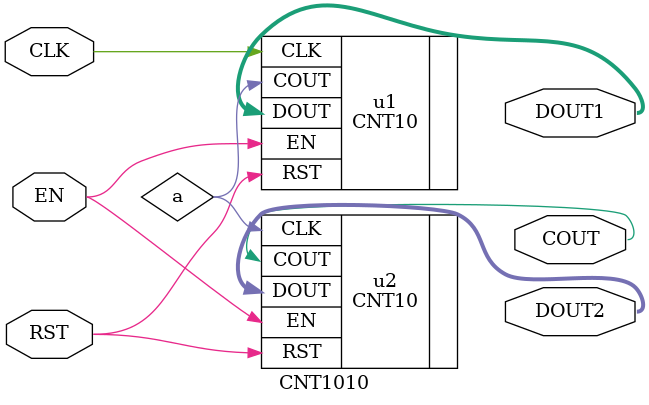
<source format=v>
module CNT1010 (CLK,RST,EN,COUT,DOUT2,DOUT1);
    input CLK,EN,RST;
    output [3:0] DOUT2,DOUT1; 
    output COUT;
    wire a; 
    CNT10 u1(.CLK(CLK),.RST(RST),.EN(EN),.COUT(a),.DOUT(DOUT1));    //u1的进位控制u2的CLK
    CNT10 u2(.CLK(a),.RST(RST),.EN(EN),.COUT(COUT),.DOUT(DOUT2));
endmodule

</source>
